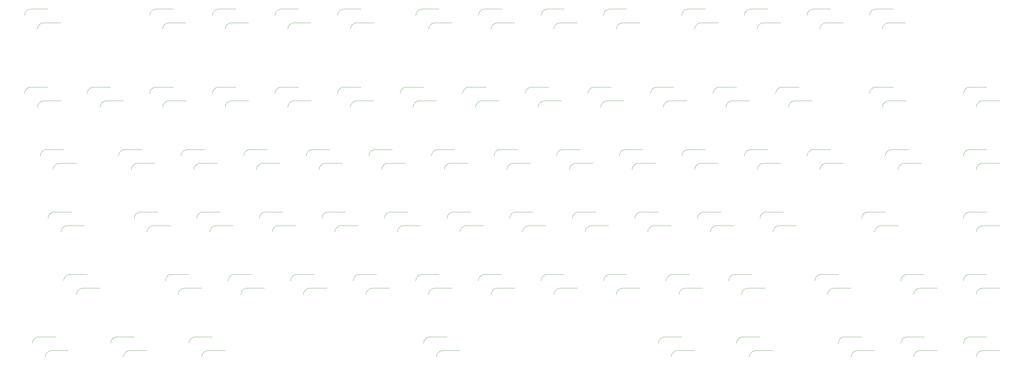
<source format=gbr>
%TF.GenerationSoftware,KiCad,Pcbnew,9.0.7*%
%TF.CreationDate,2026-01-24T16:21:03+00:00*%
%TF.ProjectId,pcb,7063622e-6b69-4636-9164-5f7063625858,rev?*%
%TF.SameCoordinates,Original*%
%TF.FileFunction,Legend,Bot*%
%TF.FilePolarity,Positive*%
%FSLAX46Y46*%
G04 Gerber Fmt 4.6, Leading zero omitted, Abs format (unit mm)*
G04 Created by KiCad (PCBNEW 9.0.7) date 2026-01-24 16:21:03*
%MOMM*%
%LPD*%
G01*
G04 APERTURE LIST*
%ADD10C,0.120000*%
G04 APERTURE END LIST*
D10*
%TO.C,SW49*%
X276887500Y-64537500D02*
X281987500Y-64537500D01*
X280787500Y-68737500D02*
X285887500Y-68737500D01*
X274887500Y-66537500D02*
G75*
G02*
X276887500Y-64537500I1999999J1D01*
G01*
X278787500Y-70737500D02*
G75*
G02*
X280787500Y-68737500I1999999J1D01*
G01*
%TO.C,SW77*%
X291175000Y-102637500D02*
X296275000Y-102637500D01*
X295075000Y-106837500D02*
X300175000Y-106837500D01*
X289175000Y-104637500D02*
G75*
G02*
X291175000Y-102637500I1999999J1D01*
G01*
X293075000Y-108837500D02*
G75*
G02*
X295075000Y-106837500I1999999J1D01*
G01*
%TO.C,SW85*%
X362612500Y-102637500D02*
X367712500Y-102637500D01*
X366512500Y-106837500D02*
X371612500Y-106837500D01*
X360612500Y-104637500D02*
G75*
G02*
X362612500Y-102637500I1999999J1D01*
G01*
X364512500Y-108837500D02*
G75*
G02*
X366512500Y-106837500I1999999J1D01*
G01*
%TO.C,SW22*%
X210212500Y-45487500D02*
X215312500Y-45487500D01*
X214112500Y-49687500D02*
X219212500Y-49687500D01*
X208212500Y-47487500D02*
G75*
G02*
X210212500Y-45487500I1999999J1D01*
G01*
X212112500Y-51687500D02*
G75*
G02*
X214112500Y-49687500I1999999J1D01*
G01*
%TO.C,SW8*%
X234025000Y-21675000D02*
X239125000Y-21675000D01*
X237925000Y-25875000D02*
X243025000Y-25875000D01*
X232025000Y-23675000D02*
G75*
G02*
X234025000Y-21675000I1999999J1D01*
G01*
X235925000Y-27875000D02*
G75*
G02*
X237925000Y-25875000I1999999J1D01*
G01*
%TO.C,SW52*%
X300700000Y-83587500D02*
X305800000Y-83587500D01*
X304600000Y-87787500D02*
X309700000Y-87787500D01*
X298700000Y-85587500D02*
G75*
G02*
X300700000Y-83587500I1999999J1D01*
G01*
X302600000Y-89787500D02*
G75*
G02*
X304600000Y-87787500I1999999J1D01*
G01*
%TO.C,SW39*%
X181637500Y-64537500D02*
X186737500Y-64537500D01*
X185537500Y-68737500D02*
X190637500Y-68737500D01*
X179637500Y-66537500D02*
G75*
G02*
X181637500Y-64537500I1999999J1D01*
G01*
X183537500Y-70737500D02*
G75*
G02*
X185537500Y-68737500I1999999J1D01*
G01*
%TO.C,SW25*%
X267362500Y-45487500D02*
X272462500Y-45487500D01*
X271262500Y-49687500D02*
X276362500Y-49687500D01*
X265362500Y-47487500D02*
G75*
G02*
X267362500Y-45487500I1999999J1D01*
G01*
X269262500Y-51687500D02*
G75*
G02*
X271262500Y-49687500I1999999J1D01*
G01*
%TO.C,SW65*%
X176875000Y-102637500D02*
X181975000Y-102637500D01*
X180775000Y-106837500D02*
X185875000Y-106837500D01*
X174875000Y-104637500D02*
G75*
G02*
X176875000Y-102637500I1999999J1D01*
G01*
X178775000Y-108837500D02*
G75*
G02*
X180775000Y-106837500I1999999J1D01*
G01*
%TO.C,SW55*%
X338800000Y-64537500D02*
X343900000Y-64537500D01*
X342700000Y-68737500D02*
X347800000Y-68737500D01*
X336800000Y-66537500D02*
G75*
G02*
X338800000Y-64537500I1999999J1D01*
G01*
X340700000Y-70737500D02*
G75*
G02*
X342700000Y-68737500I1999999J1D01*
G01*
%TO.C,SW41*%
X200687500Y-64537500D02*
X205787500Y-64537500D01*
X204587500Y-68737500D02*
X209687500Y-68737500D01*
X198687500Y-66537500D02*
G75*
G02*
X200687500Y-64537500I1999999J1D01*
G01*
X202587500Y-70737500D02*
G75*
G02*
X204587500Y-68737500I1999999J1D01*
G01*
%TO.C,SW50*%
X281650000Y-83587500D02*
X286750000Y-83587500D01*
X285550000Y-87787500D02*
X290650000Y-87787500D01*
X279650000Y-85587500D02*
G75*
G02*
X281650000Y-83587500I1999999J1D01*
G01*
X283550000Y-89787500D02*
G75*
G02*
X285550000Y-87787500I1999999J1D01*
G01*
%TO.C,SW76*%
X293556250Y-121687500D02*
X298656250Y-121687500D01*
X297456250Y-125887500D02*
X302556250Y-125887500D01*
X291556250Y-123687500D02*
G75*
G02*
X293556250Y-121687500I1999999J1D01*
G01*
X295456250Y-127887500D02*
G75*
G02*
X297456250Y-125887500I1999999J1D01*
G01*
%TO.C,SW79*%
X317368750Y-102637500D02*
X322468750Y-102637500D01*
X321268750Y-106837500D02*
X326368750Y-106837500D01*
X315368750Y-104637500D02*
G75*
G02*
X317368750Y-102637500I1999999J1D01*
G01*
X319268750Y-108837500D02*
G75*
G02*
X321268750Y-106837500I1999999J1D01*
G01*
%TO.C,SW36*%
X148300000Y-83587500D02*
X153400000Y-83587500D01*
X152200000Y-87787500D02*
X157300000Y-87787500D01*
X146300000Y-85587500D02*
G75*
G02*
X148300000Y-83587500I1999999J1D01*
G01*
X150200000Y-89787500D02*
G75*
G02*
X152200000Y-87787500I1999999J1D01*
G01*
%TO.C,SW10*%
X276887500Y-21675000D02*
X281987500Y-21675000D01*
X280787500Y-25875000D02*
X285887500Y-25875000D01*
X274887500Y-23675000D02*
G75*
G02*
X276887500Y-21675000I1999999J1D01*
G01*
X278787500Y-27875000D02*
G75*
G02*
X280787500Y-25875000I1999999J1D01*
G01*
%TO.C,SW82*%
X343562500Y-121687500D02*
X348662500Y-121687500D01*
X347462500Y-125887500D02*
X352562500Y-125887500D01*
X341562500Y-123687500D02*
G75*
G02*
X343562500Y-121687500I1999999J1D01*
G01*
X345462500Y-127887500D02*
G75*
G02*
X347462500Y-125887500I1999999J1D01*
G01*
%TO.C,SW86*%
X362612500Y-121687500D02*
X367712500Y-121687500D01*
X366512500Y-125887500D02*
X371612500Y-125887500D01*
X360612500Y-123687500D02*
G75*
G02*
X362612500Y-121687500I1999999J1D01*
G01*
X364512500Y-127887500D02*
G75*
G02*
X366512500Y-125887500I1999999J1D01*
G01*
%TO.C,SW63*%
X157825000Y-102637500D02*
X162925000Y-102637500D01*
X161725000Y-106837500D02*
X166825000Y-106837500D01*
X155825000Y-104637500D02*
G75*
G02*
X157825000Y-102637500I1999999J1D01*
G01*
X159725000Y-108837500D02*
G75*
G02*
X161725000Y-106837500I1999999J1D01*
G01*
%TO.C,SW2*%
X114962500Y-21675000D02*
X120062500Y-21675000D01*
X118862500Y-25875000D02*
X123962500Y-25875000D01*
X112962500Y-23675000D02*
G75*
G02*
X114962500Y-21675000I1999999J1D01*
G01*
X116862500Y-27875000D02*
G75*
G02*
X118862500Y-25875000I1999999J1D01*
G01*
%TO.C,SW45*%
X238787500Y-64537500D02*
X243887500Y-64537500D01*
X242687500Y-68737500D02*
X247787500Y-68737500D01*
X236787500Y-66537500D02*
G75*
G02*
X238787500Y-64537500I1999999J1D01*
G01*
X240687500Y-70737500D02*
G75*
G02*
X242687500Y-68737500I1999999J1D01*
G01*
%TO.C,SW31*%
X105437500Y-64537500D02*
X110537500Y-64537500D01*
X109337500Y-68737500D02*
X114437500Y-68737500D01*
X103437500Y-66537500D02*
G75*
G02*
X105437500Y-64537500I1999999J1D01*
G01*
X107337500Y-70737500D02*
G75*
G02*
X109337500Y-68737500I1999999J1D01*
G01*
%TO.C,SW40*%
X186400000Y-83587500D02*
X191500000Y-83587500D01*
X190300000Y-87787500D02*
X195400000Y-87787500D01*
X184400000Y-85587500D02*
G75*
G02*
X186400000Y-83587500I1999999J1D01*
G01*
X188300000Y-89787500D02*
G75*
G02*
X190300000Y-87787500I1999999J1D01*
G01*
%TO.C,SW67*%
X195925000Y-102637500D02*
X201025000Y-102637500D01*
X199825000Y-106837500D02*
X204925000Y-106837500D01*
X193925000Y-104637500D02*
G75*
G02*
X195925000Y-102637500I1999999J1D01*
G01*
X197825000Y-108837500D02*
G75*
G02*
X199825000Y-106837500I1999999J1D01*
G01*
%TO.C,SW26*%
X286412500Y-45487500D02*
X291512500Y-45487500D01*
X290312500Y-49687500D02*
X295412500Y-49687500D01*
X284412500Y-47487500D02*
G75*
G02*
X286412500Y-45487500I1999999J1D01*
G01*
X288312500Y-51687500D02*
G75*
G02*
X290312500Y-49687500I1999999J1D01*
G01*
%TO.C,SW7*%
X214975000Y-21675000D02*
X220075000Y-21675000D01*
X218875000Y-25875000D02*
X223975000Y-25875000D01*
X212975000Y-23675000D02*
G75*
G02*
X214975000Y-21675000I1999999J1D01*
G01*
X216875000Y-27875000D02*
G75*
G02*
X218875000Y-25875000I1999999J1D01*
G01*
%TO.C,SW75*%
X272125000Y-102637500D02*
X277225000Y-102637500D01*
X276025000Y-106837500D02*
X281125000Y-106837500D01*
X270125000Y-104637500D02*
G75*
G02*
X272125000Y-102637500I1999999J1D01*
G01*
X274025000Y-108837500D02*
G75*
G02*
X276025000Y-106837500I1999999J1D01*
G01*
%TO.C,SW9*%
X253075000Y-21675000D02*
X258175000Y-21675000D01*
X256975000Y-25875000D02*
X262075000Y-25875000D01*
X251075000Y-23675000D02*
G75*
G02*
X253075000Y-21675000I1999999J1D01*
G01*
X254975000Y-27875000D02*
G75*
G02*
X256975000Y-25875000I1999999J1D01*
G01*
%TO.C,SW57*%
X88768750Y-102637500D02*
X93868750Y-102637500D01*
X92668750Y-106837500D02*
X97768750Y-106837500D01*
X86768750Y-104637500D02*
G75*
G02*
X88768750Y-102637500I1999999J1D01*
G01*
X90668750Y-108837500D02*
G75*
G02*
X92668750Y-106837500I1999999J1D01*
G01*
%TO.C,SW23*%
X229262500Y-45487500D02*
X234362500Y-45487500D01*
X233162500Y-49687500D02*
X238262500Y-49687500D01*
X227262500Y-47487500D02*
G75*
G02*
X229262500Y-45487500I1999999J1D01*
G01*
X231162500Y-51687500D02*
G75*
G02*
X233162500Y-49687500I1999999J1D01*
G01*
%TO.C,SW72*%
X362612500Y-83587500D02*
X367712500Y-83587500D01*
X366512500Y-87787500D02*
X371612500Y-87787500D01*
X360612500Y-85587500D02*
G75*
G02*
X362612500Y-83587500I1999999J1D01*
G01*
X364512500Y-89787500D02*
G75*
G02*
X366512500Y-87787500I1999999J1D01*
G01*
%TO.C,SW58*%
X79243750Y-121687500D02*
X84343750Y-121687500D01*
X83143750Y-125887500D02*
X88243750Y-125887500D01*
X77243750Y-123687500D02*
G75*
G02*
X79243750Y-121687500I1999999J1D01*
G01*
X81143750Y-127887500D02*
G75*
G02*
X83143750Y-125887500I1999999J1D01*
G01*
%TO.C,SW64*%
X198306250Y-121687500D02*
X203406250Y-121687500D01*
X202206250Y-125887500D02*
X207306250Y-125887500D01*
X196306250Y-123687500D02*
G75*
G02*
X198306250Y-121687500I1999999J1D01*
G01*
X200206250Y-127887500D02*
G75*
G02*
X202206250Y-125887500I1999999J1D01*
G01*
%TO.C,SW27*%
X305462500Y-45487500D02*
X310562500Y-45487500D01*
X309362500Y-49687500D02*
X314462500Y-49687500D01*
X303462500Y-47487500D02*
G75*
G02*
X305462500Y-45487500I1999999J1D01*
G01*
X307362500Y-51687500D02*
G75*
G02*
X309362500Y-49687500I1999999J1D01*
G01*
%TO.C,SW61*%
X138775000Y-102637500D02*
X143875000Y-102637500D01*
X142675000Y-106837500D02*
X147775000Y-106837500D01*
X136775000Y-104637500D02*
G75*
G02*
X138775000Y-102637500I1999999J1D01*
G01*
X140675000Y-108837500D02*
G75*
G02*
X142675000Y-106837500I1999999J1D01*
G01*
%TO.C,SW43*%
X219737500Y-64537500D02*
X224837500Y-64537500D01*
X223637500Y-68737500D02*
X228737500Y-68737500D01*
X217737500Y-66537500D02*
G75*
G02*
X219737500Y-64537500I1999999J1D01*
G01*
X221637500Y-70737500D02*
G75*
G02*
X223637500Y-68737500I1999999J1D01*
G01*
%TO.C,SW33*%
X124487500Y-64537500D02*
X129587500Y-64537500D01*
X128387500Y-68737500D02*
X133487500Y-68737500D01*
X122487500Y-66537500D02*
G75*
G02*
X124487500Y-64537500I1999999J1D01*
G01*
X126387500Y-70737500D02*
G75*
G02*
X128387500Y-68737500I1999999J1D01*
G01*
%TO.C,SW28*%
X334037500Y-45487500D02*
X339137500Y-45487500D01*
X337937500Y-49687500D02*
X343037500Y-49687500D01*
X332037500Y-47487500D02*
G75*
G02*
X334037500Y-45487500I1999999J1D01*
G01*
X335937500Y-51687500D02*
G75*
G02*
X337937500Y-49687500I1999999J1D01*
G01*
%TO.C,SW32*%
X110200000Y-83587500D02*
X115300000Y-83587500D01*
X114100000Y-87787500D02*
X119200000Y-87787500D01*
X108200000Y-85587500D02*
G75*
G02*
X110200000Y-83587500I1999999J1D01*
G01*
X112100000Y-89787500D02*
G75*
G02*
X114100000Y-87787500I1999999J1D01*
G01*
%TO.C,SW80*%
X324512500Y-121687500D02*
X329612500Y-121687500D01*
X328412500Y-125887500D02*
X333512500Y-125887500D01*
X322512500Y-123687500D02*
G75*
G02*
X324512500Y-121687500I1999999J1D01*
G01*
X326412500Y-127887500D02*
G75*
G02*
X328412500Y-125887500I1999999J1D01*
G01*
%TO.C,SW59*%
X119725000Y-102637500D02*
X124825000Y-102637500D01*
X123625000Y-106837500D02*
X128725000Y-106837500D01*
X117725000Y-104637500D02*
G75*
G02*
X119725000Y-102637500I1999999J1D01*
G01*
X121625000Y-108837500D02*
G75*
G02*
X123625000Y-106837500I1999999J1D01*
G01*
%TO.C,SW71*%
X234025000Y-102637500D02*
X239125000Y-102637500D01*
X237925000Y-106837500D02*
X243025000Y-106837500D01*
X232025000Y-104637500D02*
G75*
G02*
X234025000Y-102637500I1999999J1D01*
G01*
X235925000Y-108837500D02*
G75*
G02*
X237925000Y-106837500I1999999J1D01*
G01*
%TO.C,SW30*%
X84006250Y-83587500D02*
X89106250Y-83587500D01*
X87906250Y-87787500D02*
X93006250Y-87787500D01*
X82006250Y-85587500D02*
G75*
G02*
X84006250Y-83587500I1999999J1D01*
G01*
X85906250Y-89787500D02*
G75*
G02*
X87906250Y-87787500I1999999J1D01*
G01*
%TO.C,SW18*%
X134012500Y-45487500D02*
X139112500Y-45487500D01*
X137912500Y-49687500D02*
X143012500Y-49687500D01*
X132012500Y-47487500D02*
G75*
G02*
X134012500Y-45487500I1999999J1D01*
G01*
X135912500Y-51687500D02*
G75*
G02*
X137912500Y-49687500I1999999J1D01*
G01*
%TO.C,SW60*%
X103056250Y-121687500D02*
X108156250Y-121687500D01*
X106956250Y-125887500D02*
X112056250Y-125887500D01*
X101056250Y-123687500D02*
G75*
G02*
X103056250Y-121687500I1999999J1D01*
G01*
X104956250Y-127887500D02*
G75*
G02*
X106956250Y-125887500I1999999J1D01*
G01*
%TO.C,SW5*%
X172112500Y-21675000D02*
X177212500Y-21675000D01*
X176012500Y-25875000D02*
X181112500Y-25875000D01*
X170112500Y-23675000D02*
G75*
G02*
X172112500Y-21675000I1999999J1D01*
G01*
X174012500Y-27875000D02*
G75*
G02*
X176012500Y-25875000I1999999J1D01*
G01*
%TO.C,SW17*%
X114962500Y-45487500D02*
X120062500Y-45487500D01*
X118862500Y-49687500D02*
X123962500Y-49687500D01*
X112962500Y-47487500D02*
G75*
G02*
X114962500Y-45487500I1999999J1D01*
G01*
X116862500Y-51687500D02*
G75*
G02*
X118862500Y-49687500I1999999J1D01*
G01*
%TO.C,SW74*%
X269743750Y-121687500D02*
X274843750Y-121687500D01*
X273643750Y-125887500D02*
X278743750Y-125887500D01*
X267743750Y-123687500D02*
G75*
G02*
X269743750Y-121687500I1999999J1D01*
G01*
X271643750Y-127887500D02*
G75*
G02*
X273643750Y-125887500I1999999J1D01*
G01*
%TO.C,SW42*%
X205450000Y-83587500D02*
X210550000Y-83587500D01*
X209350000Y-87787500D02*
X214450000Y-87787500D01*
X203450000Y-85587500D02*
G75*
G02*
X205450000Y-83587500I1999999J1D01*
G01*
X207350000Y-89787500D02*
G75*
G02*
X209350000Y-87787500I1999999J1D01*
G01*
%TO.C,SW53*%
X314987500Y-64537500D02*
X320087500Y-64537500D01*
X318887500Y-68737500D02*
X323987500Y-68737500D01*
X312987500Y-66537500D02*
G75*
G02*
X314987500Y-64537500I1999999J1D01*
G01*
X316887500Y-70737500D02*
G75*
G02*
X318887500Y-68737500I1999999J1D01*
G01*
%TO.C,SW62*%
X126868750Y-121687500D02*
X131968750Y-121687500D01*
X130768750Y-125887500D02*
X135868750Y-125887500D01*
X124868750Y-123687500D02*
G75*
G02*
X126868750Y-121687500I1999999J1D01*
G01*
X128768750Y-127887500D02*
G75*
G02*
X130768750Y-125887500I1999999J1D01*
G01*
%TO.C,SW29*%
X81625000Y-64537500D02*
X86725000Y-64537500D01*
X85525000Y-68737500D02*
X90625000Y-68737500D01*
X79625000Y-66537500D02*
G75*
G02*
X81625000Y-64537500I1999999J1D01*
G01*
X83525000Y-70737500D02*
G75*
G02*
X85525000Y-68737500I1999999J1D01*
G01*
%TO.C,SW11*%
X295937500Y-21675000D02*
X301037500Y-21675000D01*
X299837500Y-25875000D02*
X304937500Y-25875000D01*
X293937500Y-23675000D02*
G75*
G02*
X295937500Y-21675000I1999999J1D01*
G01*
X297837500Y-27875000D02*
G75*
G02*
X299837500Y-25875000I1999999J1D01*
G01*
%TO.C,SW21*%
X191162500Y-45487500D02*
X196262500Y-45487500D01*
X195062500Y-49687500D02*
X200162500Y-49687500D01*
X189162500Y-47487500D02*
G75*
G02*
X191162500Y-45487500I1999999J1D01*
G01*
X193062500Y-51687500D02*
G75*
G02*
X195062500Y-49687500I1999999J1D01*
G01*
%TO.C,SW35*%
X143537500Y-64537500D02*
X148637500Y-64537500D01*
X147437500Y-68737500D02*
X152537500Y-68737500D01*
X141537500Y-66537500D02*
G75*
G02*
X143537500Y-64537500I1999999J1D01*
G01*
X145437500Y-70737500D02*
G75*
G02*
X147437500Y-68737500I1999999J1D01*
G01*
%TO.C,SW24*%
X248312500Y-45487500D02*
X253412500Y-45487500D01*
X252212500Y-49687500D02*
X257312500Y-49687500D01*
X246312500Y-47487500D02*
G75*
G02*
X248312500Y-45487500I1999999J1D01*
G01*
X250212500Y-51687500D02*
G75*
G02*
X252212500Y-49687500I1999999J1D01*
G01*
%TO.C,SW4*%
X153062500Y-21675000D02*
X158162500Y-21675000D01*
X156962500Y-25875000D02*
X162062500Y-25875000D01*
X151062500Y-23675000D02*
G75*
G02*
X153062500Y-21675000I1999999J1D01*
G01*
X154962500Y-27875000D02*
G75*
G02*
X156962500Y-25875000I1999999J1D01*
G01*
%TO.C,SW16*%
X95912500Y-45487500D02*
X101012500Y-45487500D01*
X99812500Y-49687500D02*
X104912500Y-49687500D01*
X93912500Y-47487500D02*
G75*
G02*
X95912500Y-45487500I1999999J1D01*
G01*
X97812500Y-51687500D02*
G75*
G02*
X99812500Y-49687500I1999999J1D01*
G01*
%TO.C,SW38*%
X167350000Y-83587500D02*
X172450000Y-83587500D01*
X171250000Y-87787500D02*
X176350000Y-87787500D01*
X165350000Y-85587500D02*
G75*
G02*
X167350000Y-83587500I1999999J1D01*
G01*
X169250000Y-89787500D02*
G75*
G02*
X171250000Y-87787500I1999999J1D01*
G01*
%TO.C,SW51*%
X295937500Y-64537500D02*
X301037500Y-64537500D01*
X299837500Y-68737500D02*
X304937500Y-68737500D01*
X293937500Y-66537500D02*
G75*
G02*
X295937500Y-64537500I1999999J1D01*
G01*
X297837500Y-70737500D02*
G75*
G02*
X299837500Y-68737500I1999999J1D01*
G01*
%TO.C,SW73*%
X253075000Y-102637500D02*
X258175000Y-102637500D01*
X256975000Y-106837500D02*
X262075000Y-106837500D01*
X251075000Y-104637500D02*
G75*
G02*
X253075000Y-102637500I1999999J1D01*
G01*
X254975000Y-108837500D02*
G75*
G02*
X256975000Y-106837500I1999999J1D01*
G01*
%TO.C,SW69*%
X214975000Y-102637500D02*
X220075000Y-102637500D01*
X218875000Y-106837500D02*
X223975000Y-106837500D01*
X212975000Y-104637500D02*
G75*
G02*
X214975000Y-102637500I1999999J1D01*
G01*
X216875000Y-108837500D02*
G75*
G02*
X218875000Y-106837500I1999999J1D01*
G01*
%TO.C,SW68*%
X362612500Y-45487500D02*
X367712500Y-45487500D01*
X366512500Y-49687500D02*
X371612500Y-49687500D01*
X360612500Y-47487500D02*
G75*
G02*
X362612500Y-45487500I1999999J1D01*
G01*
X364512500Y-51687500D02*
G75*
G02*
X366512500Y-49687500I1999999J1D01*
G01*
%TO.C,SW19*%
X153062500Y-45487500D02*
X158162500Y-45487500D01*
X156962500Y-49687500D02*
X162062500Y-49687500D01*
X151062500Y-47487500D02*
G75*
G02*
X153062500Y-45487500I1999999J1D01*
G01*
X154962500Y-51687500D02*
G75*
G02*
X156962500Y-49687500I1999999J1D01*
G01*
%TO.C,SW46*%
X243550000Y-83587500D02*
X248650000Y-83587500D01*
X247450000Y-87787500D02*
X252550000Y-87787500D01*
X241550000Y-85587500D02*
G75*
G02*
X243550000Y-83587500I1999999J1D01*
G01*
X245450000Y-89787500D02*
G75*
G02*
X247450000Y-87787500I1999999J1D01*
G01*
%TO.C,SW3*%
X134012500Y-21675000D02*
X139112500Y-21675000D01*
X137912500Y-25875000D02*
X143012500Y-25875000D01*
X132012500Y-23675000D02*
G75*
G02*
X134012500Y-21675000I1999999J1D01*
G01*
X135912500Y-27875000D02*
G75*
G02*
X137912500Y-25875000I1999999J1D01*
G01*
%TO.C,SW15*%
X76862500Y-45487500D02*
X81962500Y-45487500D01*
X80762500Y-49687500D02*
X85862500Y-49687500D01*
X74862500Y-47487500D02*
G75*
G02*
X76862500Y-45487500I1999999J1D01*
G01*
X78762500Y-51687500D02*
G75*
G02*
X80762500Y-49687500I1999999J1D01*
G01*
%TO.C,SW47*%
X257837500Y-64537500D02*
X262937500Y-64537500D01*
X261737500Y-68737500D02*
X266837500Y-68737500D01*
X255837500Y-66537500D02*
G75*
G02*
X257837500Y-64537500I1999999J1D01*
G01*
X259737500Y-70737500D02*
G75*
G02*
X261737500Y-68737500I1999999J1D01*
G01*
%TO.C,SW70*%
X362612500Y-64537500D02*
X367712500Y-64537500D01*
X366512500Y-68737500D02*
X371612500Y-68737500D01*
X360612500Y-66537500D02*
G75*
G02*
X362612500Y-64537500I1999999J1D01*
G01*
X364512500Y-70737500D02*
G75*
G02*
X366512500Y-68737500I1999999J1D01*
G01*
%TO.C,SW34*%
X129250000Y-83587500D02*
X134350000Y-83587500D01*
X133150000Y-87787500D02*
X138250000Y-87787500D01*
X127250000Y-85587500D02*
G75*
G02*
X129250000Y-83587500I1999999J1D01*
G01*
X131150000Y-89787500D02*
G75*
G02*
X133150000Y-87787500I1999999J1D01*
G01*
%TO.C,SW44*%
X224500000Y-83587500D02*
X229600000Y-83587500D01*
X228400000Y-87787500D02*
X233500000Y-87787500D01*
X222500000Y-85587500D02*
G75*
G02*
X224500000Y-83587500I1999999J1D01*
G01*
X226400000Y-89787500D02*
G75*
G02*
X228400000Y-87787500I1999999J1D01*
G01*
%TO.C,SW37*%
X162587500Y-64537500D02*
X167687500Y-64537500D01*
X166487500Y-68737500D02*
X171587500Y-68737500D01*
X160587500Y-66537500D02*
G75*
G02*
X162587500Y-64537500I1999999J1D01*
G01*
X164487500Y-70737500D02*
G75*
G02*
X166487500Y-68737500I1999999J1D01*
G01*
%TO.C,SW48*%
X262600000Y-83587500D02*
X267700000Y-83587500D01*
X266500000Y-87787500D02*
X271600000Y-87787500D01*
X260600000Y-85587500D02*
G75*
G02*
X262600000Y-83587500I1999999J1D01*
G01*
X264500000Y-89787500D02*
G75*
G02*
X266500000Y-87787500I1999999J1D01*
G01*
%TO.C,SW6*%
X195925000Y-21675000D02*
X201025000Y-21675000D01*
X199825000Y-25875000D02*
X204925000Y-25875000D01*
X193925000Y-23675000D02*
G75*
G02*
X195925000Y-21675000I1999999J1D01*
G01*
X197825000Y-27875000D02*
G75*
G02*
X199825000Y-25875000I1999999J1D01*
G01*
%TO.C,SW54*%
X331656250Y-83587500D02*
X336756250Y-83587500D01*
X335556250Y-87787500D02*
X340656250Y-87787500D01*
X329656250Y-85587500D02*
G75*
G02*
X331656250Y-83587500I1999999J1D01*
G01*
X333556250Y-89787500D02*
G75*
G02*
X335556250Y-87787500I1999999J1D01*
G01*
%TO.C,SW81*%
X343562500Y-102637500D02*
X348662500Y-102637500D01*
X347462500Y-106837500D02*
X352562500Y-106837500D01*
X341562500Y-104637500D02*
G75*
G02*
X343562500Y-102637500I1999999J1D01*
G01*
X345462500Y-108837500D02*
G75*
G02*
X347462500Y-106837500I1999999J1D01*
G01*
%TO.C,SW13*%
X334037500Y-21675000D02*
X339137500Y-21675000D01*
X337937500Y-25875000D02*
X343037500Y-25875000D01*
X332037500Y-23675000D02*
G75*
G02*
X334037500Y-21675000I1999999J1D01*
G01*
X335937500Y-27875000D02*
G75*
G02*
X337937500Y-25875000I1999999J1D01*
G01*
%TO.C,SW1*%
X76862500Y-21675000D02*
X81962500Y-21675000D01*
X80762500Y-25875000D02*
X85862500Y-25875000D01*
X74862500Y-23675000D02*
G75*
G02*
X76862500Y-21675000I1999999J1D01*
G01*
X78762500Y-27875000D02*
G75*
G02*
X80762500Y-25875000I1999999J1D01*
G01*
%TO.C,SW20*%
X172112500Y-45487500D02*
X177212500Y-45487500D01*
X176012500Y-49687500D02*
X181112500Y-49687500D01*
X170112500Y-47487500D02*
G75*
G02*
X172112500Y-45487500I1999999J1D01*
G01*
X174012500Y-51687500D02*
G75*
G02*
X176012500Y-49687500I1999999J1D01*
G01*
%TO.C,SW12*%
X314987500Y-21675000D02*
X320087500Y-21675000D01*
X318887500Y-25875000D02*
X323987500Y-25875000D01*
X312987500Y-23675000D02*
G75*
G02*
X314987500Y-21675000I1999999J1D01*
G01*
X316887500Y-27875000D02*
G75*
G02*
X318887500Y-25875000I1999999J1D01*
G01*
%TD*%
M02*

</source>
